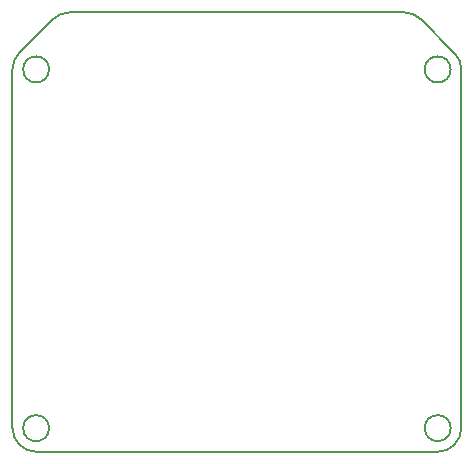
<source format=gbr>
%TF.GenerationSoftware,KiCad,Pcbnew,7.0.11*%
%TF.CreationDate,2025-01-20T01:35:25+09:00*%
%TF.ProjectId,Kicker,4b69636b-6572-42e6-9b69-6361645f7063,rev?*%
%TF.SameCoordinates,Original*%
%TF.FileFunction,Profile,NP*%
%FSLAX46Y46*%
G04 Gerber Fmt 4.6, Leading zero omitted, Abs format (unit mm)*
G04 Created by KiCad (PCBNEW 7.0.11) date 2025-01-20 01:35:25*
%MOMM*%
%LPD*%
G01*
G04 APERTURE LIST*
%TA.AperFunction,Profile*%
%ADD10C,0.200000*%
%TD*%
G04 APERTURE END LIST*
D10*
X146100000Y-81927416D02*
X146100000Y-112300000D01*
X146685778Y-80513195D02*
G75*
G03*
X146100000Y-81927416I1414222J-1414205D01*
G01*
X183514214Y-80513203D02*
X180685787Y-77684776D01*
X149514213Y-77684776D02*
X146685786Y-80513203D01*
X146100000Y-112300000D02*
G75*
G03*
X148100000Y-114300000I2000000J0D01*
G01*
X183200000Y-112300000D02*
G75*
G03*
X181000000Y-112300000I-1100000J0D01*
G01*
X181000000Y-112300000D02*
G75*
G03*
X183200000Y-112300000I1100000J0D01*
G01*
X180685803Y-77684760D02*
G75*
G03*
X179271573Y-77098989I-1414203J-1414240D01*
G01*
X148100000Y-114300000D02*
X182100000Y-114300000D01*
X182100000Y-114300000D02*
G75*
G03*
X184100000Y-112300000I0J2000000D01*
G01*
X150928427Y-77099012D02*
G75*
G03*
X149514213Y-77684776I-27J-1999988D01*
G01*
X184100000Y-112300000D02*
X184100000Y-81927416D01*
X149200000Y-112300000D02*
G75*
G03*
X147000000Y-112300000I-1100000J0D01*
G01*
X147000000Y-112300000D02*
G75*
G03*
X149200000Y-112300000I1100000J0D01*
G01*
X179271573Y-77098989D02*
X150928427Y-77098989D01*
X184099988Y-81927416D02*
G75*
G03*
X183514214Y-80513203I-1999988J16D01*
G01*
X149200000Y-81927416D02*
G75*
G03*
X147000000Y-81927416I-1100000J0D01*
G01*
X147000000Y-81927416D02*
G75*
G03*
X149200000Y-81927416I1100000J0D01*
G01*
X183200000Y-81927416D02*
G75*
G03*
X181000000Y-81927416I-1100000J0D01*
G01*
X181000000Y-81927416D02*
G75*
G03*
X183200000Y-81927416I1100000J0D01*
G01*
M02*

</source>
